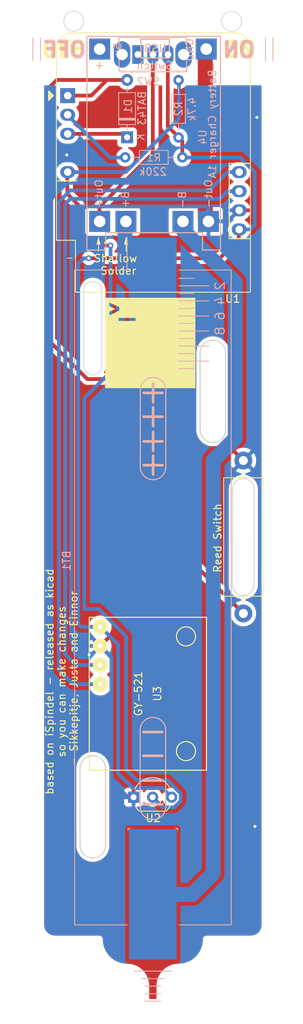
<source format=kicad_pcb>
(kicad_pcb (version 20221018) (generator pcbnew)

  (general
    (thickness 1.6)
  )

  (paper "A4")
  (layers
    (0 "F.Cu" signal)
    (31 "B.Cu" signal)
    (32 "B.Adhes" user "B.Adhesive")
    (33 "F.Adhes" user "F.Adhesive")
    (34 "B.Paste" user)
    (35 "F.Paste" user)
    (36 "B.SilkS" user "B.Silkscreen")
    (37 "F.SilkS" user "F.Silkscreen")
    (38 "B.Mask" user)
    (39 "F.Mask" user)
    (40 "Dwgs.User" user "User.Drawings")
    (41 "Cmts.User" user "User.Comments")
    (42 "Eco1.User" user "User.Eco1")
    (43 "Eco2.User" user "User.Eco2")
    (44 "Edge.Cuts" user)
  )

  (setup
    (pad_to_mask_clearance 0)
    (pcbplotparams
      (layerselection 0x00010fc_ffffffff)
      (plot_on_all_layers_selection 0x0000000_00000000)
      (disableapertmacros false)
      (usegerberextensions true)
      (usegerberattributes false)
      (usegerberadvancedattributes false)
      (creategerberjobfile false)
      (dashed_line_dash_ratio 12.000000)
      (dashed_line_gap_ratio 3.000000)
      (svgprecision 6)
      (plotframeref false)
      (viasonmask false)
      (mode 1)
      (useauxorigin false)
      (hpglpennumber 1)
      (hpglpenspeed 20)
      (hpglpendiameter 15.000000)
      (dxfpolygonmode true)
      (dxfimperialunits true)
      (dxfusepcbnewfont true)
      (psnegative false)
      (psa4output false)
      (plotreference true)
      (plotvalue true)
      (plotinvisibletext false)
      (sketchpadsonfab false)
      (subtractmaskfromsilk true)
      (outputformat 1)
      (mirror false)
      (drillshape 0)
      (scaleselection 1)
      (outputdirectory "ispindel_gerber_kwbg")
    )
  )

  (net 0 "")
  (net 1 "Net-(BT1-Pad1)")
  (net 2 "Net-(BT1-Pad2)")
  (net 3 "Net-(D1-Pad1)")
  (net 4 "Net-(D1-Pad2)")
  (net 5 "VCC")
  (net 6 "Net-(R1-Pad2)")
  (net 7 "Net-(R2-Pad2)")
  (net 8 "GND")
  (net 9 "unconnected-(SW2-Pad1)")
  (net 10 "Net-(SW2-Pad2)")
  (net 11 "Net-(U1-Pad11)")
  (net 12 "Net-(U1-Pad12)")
  (net 13 "unconnected-(U4-Pad1)")

  (footprint "libs:nr" (layer "F.Cu") (at 148.5 79.65))

  (footprint "libs:techinc_fmask" (layer "F.Cu") (at 140.595742 100.549816 -30))

  (footprint "Resistor_THT:R_Axial_DIN0516_L15.5mm_D5.0mm_P20.32mm_Horizontal" (layer "F.Cu") (at 160.909 95.2754 -90))

  (footprint "Package_TO_SOT_THT:TO-92_Inline_Wide" (layer "F.Cu") (at 146.2786 140.0092))

  (footprint "libs:GY-521-minimal" (layer "F.Cu") (at 148.1836 126.2634 -90))

  (footprint "libs:WEMOS_D1_mini_light_minimal" (layer "F.Cu") (at 137.4926 46.7868))

  (footprint "libs:TP4056-18650" (layer "B.Cu") (at 140.0572 38.9 -90))

  (footprint "Button_Switch_THT:SW_CuK_OS102011MA1QN1_SPDT_Angled" (layer "B.Cu") (at 146.8506 41.3258))

  (footprint "Resistor_THT:R_Axial_DIN0204_L3.6mm_D1.6mm_P7.62mm_Horizontal" (layer "B.Cu") (at 152.781 54.991 180))

  (footprint "libs:BatteryHolder_Keystone_1042_1x18650_movable" (layer "B.Cu") (at 148.845 108.6006 -90))

  (footprint "Resistor_THT:R_Axial_DIN0204_L3.6mm_D1.6mm_P7.62mm_Horizontal" (layer "B.Cu") (at 152.273 52.3494 90))

  (footprint "Diode_THT:D_DO-35_SOD27_P7.62mm_Horizontal" (layer "B.Cu") (at 145.415 52.324 90))

  (gr_poly
    (pts
      (xy 151.70501 42.44208)
      (xy 151.68177 42.45761)
      (xy 151.70972 42.45761)
    )

    (stroke (width 0) (type solid)) (fill solid) (layer "B.Cu") (tstamp c2f37eee-e094-47ee-b148-d25a1ae00c23))
  (gr_line (start 150.73526 42.95927) (end 150.78288 42.86403)
    (stroke (width 0.15) (type solid)) (layer "B.SilkS") (tstamp 006ecbb6-ce34-4dca-9cd4-326fb4bf593e))
  (gr_line (start 150.78288 43.14974) (end 150.73526 43.0545)
    (stroke (width 0.15) (type solid)) (layer "B.SilkS") (tstamp 00b828fc-0bdb-41d9-acd7-8e2288a0f8f4))
  (gr_line (start 149.25907 43.24498) (end 149.25907 42.57831)
    (stroke (width 0.15) (type solid)) (layer "B.SilkS") (tstamp 02b66d7d-513a-4964-98f1-6717c54186c3))
  (gr_line (start 158.24077 77.76598) (end 158.30029 77.8255)
    (stroke (width 0.15) (type solid)) (layer "B.SilkS") (tstamp 069894b0-3492-4c08-8871-28d69110852e))
  (gr_line (start 147.87811 43.24498) (end 148.06859 43.24498)
    (stroke (width 0.15) (type solid)) (layer "B.SilkS") (tstamp 06df2757-f6c1-4334-89ed-3e3c00936bde))
  (gr_line (start 157.70505 77.8255) (end 157.76458 77.76598)
    (stroke (width 0.15) (type solid)) (layer "B.SilkS") (tstamp 07dd7b7d-0791-47f7-8447-bb1e4e7da9c2))
  (gr_line (start 157.16934 77.8255) (end 157.10982 77.94455)
    (stroke (width 0.15) (type solid)) (layer "B.SilkS") (tstamp 086960b4-bbc8-472b-9c41-f1f03d4b82ea))
  (gr_line (start 144.3424 43.5426) (end 144.3424 39.2926)
    (stroke (width 0.15) (type solid)) (layer "B.SilkS") (tstamp 09356dd9-5487-4db5-834d-80b4acbeddfd))
  (gr_line (start 157.10982 72.18265) (end 157.16934 72.3017)
    (stroke (width 0.15) (type solid)) (layer "B.SilkS") (tstamp 0bdb7771-1c5c-47b1-940b-cddc71711fc5))
  (gr_line (start 152.29434 80.0636) (end 156.29434 80.0636)
    (stroke (width 0.12) (type solid)) (layer "B.SilkS") (tstamp 0d8f45a7-3036-421e-b79b-4b0a3e6b8e1e))
  (gr_line (start 157.40744 75.76598) (end 157.64553 75.70646)
    (stroke (width 0.15) (type solid)) (layer "B.SilkS") (tstamp 0e40b89d-4ac2-4e9c-8d40-21e43ab0509b))
  (gr_line (start 147.2324 41.762) (end 151.0324 41.762)
    (stroke (width 0.15) (type solid)) (layer "B.SilkS") (tstamp 10f70642-4233-4df6-89bf-80d25c3f11cc))
  (gr_line (start 151.30669 42.43546) (end 151.25907 42.34022)
    (stroke (width 0.15) (type solid)) (layer "B.SilkS") (tstamp 11584d42-84c0-455c-951a-dca394a25d55))
  (gr_line (start 158.35982 77.94455) (end 158.35982 78.18265)
    (stroke (width 0.15) (type solid)) (layer "B.SilkS") (tstamp 11f9874b-f7cf-443d-91bd-f3121ccb6cdb))
  (gr_line (start 152.29434 76.0636) (end 156.29434 76.0636)
    (stroke (width 0.12) (type solid)) (layer "B.SilkS") (tstamp 1444b167-0989-4de6-b064-61950cf4669e))
  (gr_line (start 152.29434 75.0636) (end 154.29434 75.0636)
    (stroke (width 0.12) (type solid)) (layer "B.SilkS") (tstamp 147873b9-fef6-4b52-a6a1-446cfe621559))
  (gr_line (start 152.29434 83.0636) (end 154.29434 83.0636)
    (stroke (width 0.12) (type solid)) (layer "B.SilkS") (tstamp 18e76d5f-96c9-4b47-a0be-a8e51adcef63))
  (gr_line (start 157.40744 77.70646) (end 157.34791 77.70646)
    (stroke (width 0.15) (type solid)) (layer "B.SilkS") (tstamp 1a3a9283-4063-472a-aff0-45161fbff891))
  (gr_line (start 149.25907 42.24498) (end 149.30669 42.2926)
    (stroke (width 0.15) (type solid)) (layer "B.SilkS") (tstamp 1c5e169c-b15e-4581-836a-18a324715d7c))
  (gr_line (start 151.25907 42.34022) (end 151.21145 42.2926)
    (stroke (width 0.15) (type solid)) (layer "B.SilkS") (tstamp 1cfaba91-99f9-4d36-ae51-573dec7850d1))
  (gr_line (start 152.29434 82.0636) (end 156.29434 82.0636)
    (stroke (width 0.12) (type solid)) (layer "B.SilkS") (tstamp 1e91e093-742b-4a54-9327-bca16de788c6))
  (gr_line (start 157.22886 78.36122) (end 157.34791 78.42074)
    (stroke (width 0.15) (type solid)) (layer "B.SilkS") (tstamp 1f737c21-72ca-45ec-b78f-43f4a3de6c39))
  (gr_line (start 133.86 42.12) (end 133.86 39.12)
    (stroke (width 0.12) (type solid)) (layer "B.SilkS") (tstamp 209dd0c6-42ce-4f46-866b-151126ef21c2))
  (gr_line (start 157.52648 78.36122) (end 157.58601 78.3017)
    (stroke (width 0.15) (type solid)) (layer "B.SilkS") (tstamp 2144b17e-9ae1-4454-bc47-3240c0c7235e))
  (gr_line (start 150.40192 42.57831) (end 150.21145 43.24498)
    (stroke (width 0.15) (type solid)) (layer "B.SilkS") (tstamp 25924816-bdb4-4e37-9b04-3c916642d1e5))
  (gr_line (start 147.21145 42.57831) (end 147.30669 42.62593)
    (stroke (width 0.15) (type solid)) (layer "B.SilkS") (tstamp 28ac2eca-bc53-4cba-b2fc-a9c70bd17f42))
  (gr_line (start 157.46696 72.42074) (end 157.64553 72.36122)
    (stroke (width 0.15) (type solid)) (layer "B.SilkS") (tstamp 299fdc54-9754-46f5-a276-f7ba8a833d6d))
  (gr_line (start 157.70505 78.3017) (end 157.64553 78.18265)
    (stroke (width 0.15) (type solid)) (layer "B.SilkS") (tstamp 29aa0b4b-bf7e-4e1e-8f33-c0a3ced472e6))
  (gr_line (start 147.828 166.12) (end 149.86 166.12)
    (stroke (width 0.12) (type solid)) (layer "B.SilkS") (tstamp 2c4ccb4c-0a37-4a5c-8b9f-80caa107113c))
  (gr_line (start 148.78288 42.24498) (end 148.78288 43.10212)
    (stroke (width 0.15) (type solid)) (layer "B.SilkS") (tstamp 2e0c5dd3-3dd4-4831-bd07-0a31c16df405))
  (gr_line (start 158.35982 76.18265) (end 158.30029 76.3017)
    (stroke (width 0.15) (type solid)) (layer "B.SilkS") (tstamp 2e44556b-7d6c-4c1f-b186-848e4bb9469a))
  (gr_line (start 158.35982 71.64693) (end 158.35982 72.42074)
    (stroke (width 0.15) (type solid)) (layer "B.SilkS") (tstamp 336de89e-18a1-4c1c-9d28-b0f20ec5842f))
  (gr_line (start 148.06859 42.57831) (end 147.87811 42.57831)
    (stroke (width 0.15) (type solid)) (layer "B.SilkS") (tstamp 349be9be-525e-4011-93bd-611c44d2936a))
  (gr_line (start 151.25907 42.62593) (end 151.30669 42.5307)
    (stroke (width 0.15) (type solid)) (layer "B.SilkS") (tstamp 34ee3ead-b18f-4d73-a57f-c0f2ad969988))
  (gr_line (start 157.34791 77.70646) (end 157.22886 77.76598)
    (stroke (width 0.15) (type solid)) (layer "B.SilkS") (tstamp 3597c619-0ce5-4c35-bced-8df5c16b7e39))
  (gr_line (start 148.21145 43.14974) (end 148.25907 43.0545)
    (stroke (width 0.15) (type solid)) (layer "B.SilkS") (tstamp 36fbe909-0b96-4b90-92f8-1db4a590f0e2))
  (gr_line (start 147.2324 39.262) (end 147.2324 41.762)
    (stroke (width 0.15) (type solid)) (layer "B.SilkS") (tstamp 37861e45-c08d-4f14-8851-95069332932e))
  (gr_line (start 150.8305 43.19736) (end 150.78288 43.14974)
    (stroke (width 0.15) (type solid)) (layer "B.SilkS") (tstamp 39247cca-e27d-462f-92f9-bcc6a0ee7237))
  (gr_line (start 158.30029 77.8255) (end 158.35982 77.94455)
    (stroke (width 0.15) (type solid)) (layer "B.SilkS") (tstamp 3973e4cb-1706-43cc-817e-6f5d2b4b25d4))
  (gr_line (start 152.29434 77.0636) (end 154.29434 77.0636)
    (stroke (width 0.12) (type solid)) (layer "B.SilkS") (tstamp 39bb2e3e-454a-459d-a0ce-9a4357513f7a))
  (gr_line (start 151.21145 42.2926) (end 151.11621 42.24498)
    (stroke (width 0.15) (type solid)) (layer "B.SilkS") (tstamp 3add9143-a1a5-4ed6-b53d-88d71f2d68a3))
  (gr_line (start 157.10982 76.0636) (end 157.16934 75.94455)
    (stroke (width 0.15) (type solid)) (layer "B.SilkS") (tstamp 3b7b1c57-1cf9-41e6-b0ad-8b1bd6e873a8))
  (gr_line (start 157.76458 78.36122) (end 157.70505 78.3017)
    (stroke (width 0.15) (type solid)) (layer "B.SilkS") (tstamp 3c3806fc-5de2-4525-a830-b434e2cca8e4))
  (gr_line (start 150.87811 42.24498) (end 150.73526 42.2926)
    (stroke (width 0.15) (type solid)) (layer "B.SilkS") (tstamp 3c5222ad-5b32-423b-8727-5942bc3abaef))
  (gr_line (start 147.30669 42.62593) (end 147.3543 42.67355)
    (stroke (width 0.15) (type solid)) (layer "B.SilkS") (tstamp 3f8d4b86-b2aa-4a02-af89-d4723f41c4a5))
  (gr_line (start 157.16934 78.3017) (end 157.22886 78.36122)
    (stroke (width 0.15) (type solid)) (layer "B.SilkS") (tstamp 41267fd2-9a79-4197-bae9-46a03fe9a631))
  (gr_line (start 164.86 39.12) (end 164.86 42.12)
    (stroke (width 0.12) (type solid)) (layer "B.SilkS") (tstamp 41466e03-b19e-429c-af4d-f37d68a4bedb))
  (gr_line (start 148.64002 43.24498) (end 148.54478 43.24498)
    (stroke (width 0.15) (type solid)) (layer "B.SilkS") (tstamp 43fe5487-965d-4a7d-87c1-42a11589dfd8))
  (gr_line (start 149.25907 42.24498) (end 149.25907 42.34022)
    (stroke (width 0.15) (type solid)) (layer "B.SilkS") (tstamp 489857a6-a371-4340-9266-c2837ba4d320))
  (gr_line (start 158.35982 78.18265) (end 158.30029 78.3017)
    (stroke (width 0.15) (type solid)) (layer "B.SilkS") (tstamp 48e2be0e-141a-48da-8a08-d4d33d2eb6e5))
  (gr_line (start 151.11621 42.72117) (end 151.21145 42.67355)
    (stroke (width 0.15) (type solid)) (layer "B.SilkS") (tstamp 4b598389-a396-46b2-8af5-0b08df708803))
  (gr_line (start 150.73526 43.0545) (end 150.73526 42.95927)
    (stroke (width 0.15) (type solid)) (layer "B.SilkS") (tstamp 4bcba24d-1aae-49ad-a17d-930391e5eccb))
  (gr_line (start 157.40744 78.42074) (end 157.52648 78.36122)
    (stroke (width 0.15) (type solid)) (layer "B.SilkS") (tstamp 4c0dea39-f57e-4a88-8f30-06afb8cf130c))
  (gr_line (start 148.92573 42.57831) (end 148.54478 42.57831)
    (stroke (width 0.15) (type solid)) (layer "B.SilkS") (tstamp 4ce2c7bc-77ef-429a-8b8f-30bc2b87323c))
  (gr_line (start 157.76458 77.76598) (end 157.88363 77.70646)
    (stroke (width 0.15) (type solid)) (layer "B.SilkS") (tstamp 51aeded3-6466-4ec4-a4d0-ddce70dfbdb5))
  (gr_line (start 157.88363 77.70646) (end 158.12172 77.70646)
    (stroke (width 0.15) (type solid)) (layer "B.SilkS") (tstamp 520a7f33-2c72-409b-b743-2c0ce3f522c5))
  (gr_line (start 149.21145 42.2926) (end 149.25907 42.24498)
    (stroke (width 0.15) (type solid)) (layer "B.SilkS") (tstamp 5381d145-fb4b-45ab-942d-49f5116ee0c0))
  (gr_line (start 157.22886 77.76598) (end 157.16934 77.8255)
    (stroke (width 0.15) (type solid)) (layer "B.SilkS") (tstamp 572d8e6e-e57b-42b0-96f8-37c15963bb2a))
  (gr_line (start 148.21145 42.67355) (end 148.16383 42.62593)
    (stroke (width 0.15) (type solid)) (layer "B.SilkS") (tstamp 59feaebf-7671-410c-82a3-b97c9615c45e))
  (gr_line (start 153.3424 43.5426) (end 144.3424 43.5426)
    (stroke (width 0.15) (type solid)) (layer "B.SilkS") (tstamp 5c33682e-566f-4622-a5ac-c0cb4bbaeae6))
  (gr_line (start 152.29434 78.0636) (end 156.29434 78.0636)
    (stroke (width 0.12) (type solid)) (layer "B.SilkS") (tstamp 5cf5de38-a34c-4cba-bc28-c5dbfff13c85))
  (gr_line (start 157.16934 72.3017) (end 157.22886 72.36122)
    (stroke (width 0.15) (type solid)) (layer "B.SilkS") (tstamp 5db9eee5-736a-4ea1-be53-9d772ad40d44))
  (gr_line (start 147.828 167.12) (end 149.86 167.12)
    (stroke (width 0.12) (type solid)) (layer "B.SilkS") (tstamp 5fff290e-f6f4-437d-a3c3-63f49ea777b0))
  (gr_line (start 157.22886 72.36122) (end 157.34791 72.42074)
    (stroke (width 0.15) (type solid)) (layer "B.SilkS") (tstamp 60353cf5-ad13-4efb-818d-17c582733530))
  (gr_line (start 147.32 164.12) (end 150.368 164.12)
    (stroke (width 0.12) (type solid)) (layer "B.SilkS") (tstamp 628c2d43-1f92-4f82-aeac-7663bc1936f8))
  (gr_line (start 157.10982 77.94455) (end 157.10982 78.18265)
    (stroke (width 0.15) (type solid)) (layer "B.SilkS") (tstamp 63291242-d8a3-41d5-a83a-8087995b1d43))
  (gr_line (start 151.21145 42.67355) (end 151.25907 42.62593)
    (stroke (width 0.15) (type solid)) (layer "B.SilkS") (tstamp 67222f3b-eb6f-417d-a20c-5268a40c7409))
  (gr_line (start 146.92573 43.24498) (end 146.92573 42.72117)
    (stroke (width 0.15) (type solid)) (layer "B.SilkS") (tstamp 68b8be1d-bc32-4fc6-90cb-4e6d8472e1b1))
  (gr_line (start 158.30029 75.8255) (end 158.35982 75.94455)
    (stroke (width 0.15) (type solid)) (layer "B.SilkS") (tstamp 6cce9b27-dc0c-4ad0-b1ea-f771f388de32))
  (gr_line (start 157.64553 77.94455) (end 157.58601 77.8255)
    (stroke (width 0.15) (type solid)) (layer "B.SilkS") (tstamp 725e8f40-16b3-4fcf-a279-d5c36af18a30))
  (gr_line (start 151.30669 43.19736) (end 151.16383 43.24498)
    (stroke (width 0.15) (type solid)) (layer "B.SilkS") (tstamp 7438ac39-1759-4f4d-8025-99dda869cc6b))
  (gr_line (start 157.10982 76.3017) (end 157.10982 76.0636)
    (stroke (width 0.15) (type solid)) (layer "B.SilkS") (tstamp 790038da-69b6-499d-a471-6694372b66e2))
  (gr_line (start 148.78288 43.10212) (end 148.73526 43.19736)
    (stroke (width 0.15) (type solid)) (layer "B.SilkS") (tstamp 7a367aa9-b4a8-4735-b9b0-1e2f4f193d4f))
  (gr_line (start 153.3424 39.0426) (end 153.3424 43.5426)
    (stroke (width 0.15) (type solid)) (layer "B.SilkS") (tstamp 7ac87d80-f039-4808-bf50-ea98f403fcda))
  (gr_line (start 157.16934 71.76598) (end 157.10982 71.88503)
    (stroke (width 0.15) (type solid)) (layer "B.SilkS") (tstamp 7e0aabca-a2d4-4480-86de-61f286e15233))
  (gr_line (start 147.828 165.12) (end 149.86 165.12)
    (stroke (width 0.12) (type solid)) (layer "B.SilkS") (tstamp 7e237a6a-3f2d-4e62-a7d8-3e35741a98e5))
  (gr_line (start 146.36 163.12) (end 151.36 163.12)
    (stroke (width 0.12) (type solid)) (layer "B.SilkS") (tstamp 7e6558fe-973f-4e51-b9d0-075395baea96))
  (gr_line (start 157.70505 76.36122) (end 157.64553 76.3017)
    (stroke (width 0.15) (type solid)) (layer "B.SilkS") (tstamp 7f1d110e-63a8-4384-aaf1-786a65e3fcb1))
  (gr_line (start 150.02097 42.76879) (end 149.8305 43.24498)
    (stroke (width 0.15) (type solid)) (layer "B.SilkS") (tstamp 812af8f3-a9af-4976-b477-5977f68ce6ea))
  (gr_line (start 158.35982 75.94455) (end 158.35982 76.18265)
    (stroke (width 0.15) (type solid)) (layer "B.SilkS") (tstamp 81c19ab8-5305-457d-8e17-532f0b9e768b))
  (gr_line (start 157.34791 78.42074) (end 157.40744 78.42074)
    (stroke (width 0.15) (type solid)) (layer "B.SilkS") (tstamp 825fd01b-71c4-4cd8-b932-15417d22dbfe))
  (gr_line (start 146.97335 42.62593) (end 147.06859 42.57831)
    (stroke (width 0.15) (type solid)) (layer "B.SilkS") (tstamp 82b6a8a2-16af-4c1a-89d1-b9070aa3eb23))
  (gr_line (start 158.12172 75.70646) (end 158.24077 75.76598)
    (stroke (width 0.15) (type solid)) (layer "B.SilkS") (tstamp 83b08e82-5e64-4080-8af5-1c5aea831989))
  (gr_line (start 157.52648 77.76598) (end 157.40744 77.70646)
    (stroke (width 0.15) (type solid)) (layer "B.SilkS") (tstamp 896cc45e-ec1a-49c2-b257-b9fa7f66547a))
  (gr_line (start 157.64553 75.70646) (end 158.12172 75.70646)
    (stroke (width 0.15) (type solid)) (layer "B.SilkS") (tstamp 8c1e2ce5-c0aa-4a0c-bbd1-a60d1798cb36))
  (gr_line (start 144.3424 39.0426) (end 148.8424 39.0426)
    (stroke (width 0.15) (type solid)) (layer "B.SilkS") (tstamp 92ce5808-7a25-42f9-900e-74848e8f5ddf))
  (gr_line (start 157.52648 74.3017) (end 158.35982 74.3017)
    (stroke (width 0.15) (type solid)) (layer "B.SilkS") (tstamp 940f8fcc-90f4-4a7c-959d-b65411f713c3))
  (gr_line (start 157.10982 78.18265) (end 157.16934 78.3017)
    (stroke (width 0.15) (type solid)) (layer "B.SilkS") (tstamp 96739008-8007-4f19-a2c5-60c12c0c5ef4))
  (gr_line (start 148.16383 43.19736) (end 148.21145 43.14974)
    (stroke (width 0.15) (type solid)) (layer "B.SilkS") (tstamp 97648994-d50c-455b-8fba-7c6880d31a59))
  (gr_line (start 147.78288 43.19736) (end 147.87811 43.24498)
    (stroke (width 0.15) (type solid)) (layer "B.SilkS") (tstamp 9897e931-46ba-4409-bd24-be2c30cedc70))
  (gr_line (start 157.58601 75.94455) (end 157.64553 75.8255)
    (stroke (width 0.15) (type solid)) (layer "B.SilkS") (tstamp 9b8eb73a-7b36-4515-86a2-a2358ea8e3ae))
  (gr_line (start 157.58601 78.3017) (end 157.64553 78.18265)
    (stroke (width 0.15) (type solid)) (layer "B.SilkS") (tstamp 9cbfed77-5d6a-40d0-bcbf-fa95a8a1b9f8))
  (gr_line (start 146.92573 42.72117) (end 146.97335 42.62593)
    (stroke (width 0.15) (type solid)) (layer "B.SilkS") (tstamp 9f864000-b71b-4049-b3ee-e9f9b40cc87e))
  (gr_line (start 157.22886 75.88503) (end 157.40744 75.76598)
    (stroke (width 0.15) (type solid)) (layer "B.SilkS") (tstamp a12d62a0-2a76-4ceb-b2ad-1ab9aa19c592))
  (gr_line (start 158.24077 75.76598) (end 158.30029 75.8255)
    (stroke (width 0.15) (type solid)) (layer "B.SilkS") (tstamp a146a73b-4454-4ab1-af05-cbeab7781897))
  (gr_line (start 158.12172 76.42074) (end 157.8241 76.42074)
    (stroke (width 0.15) (type solid)) (layer "B.SilkS") (tstamp a2ff6454-a330-4874-9d68-479b853a8041))
  (gr_line (start 152.29434 72.0636) (end 156.29434 72.0636)
    (stroke (width 0.12) (type solid)) (layer "B.SilkS") (tstamp a3153d9f-8ac6-4402-9c70-94dcf8f0ee30))
  (gr_line (start 150.92573 42.76879) (end 151.11621 42.72117)
    (stroke (width 0.15) (type solid)) (layer "B.SilkS") (tstamp a4f68b1d-46f8-49fb-8150-5669dd0203ce))
  (gr_line (start 157.16934 75.94455) (end 157.22886 75.88503)
    (stroke (width 0.15) (type solid)) (layer "B.SilkS") (tstamp a6a1cca1-81cd-4de0-badf-a6300b774795))
  (gr_line (start 157.94315 73.70646) (end 157.94315 74.48027)
    (stroke (width 0.15) (type solid)) (layer "B.SilkS") (tstamp a707ef6f-c44b-42d8-acab-3b9a31b1afbd))
  (gr_line (start 152.29434 79.0636) (end 154.29434 79.0636)
    (stroke (width 0.12) (type solid)) (layer "B.SilkS") (tstamp a9ff5d49-4b59-41a2-9631-45c46d13fdd8))
  (gr_line (start 157.70505 75.76598) (end 157.8241 75.70646)
    (stroke (width 0.15) (type solid)) (layer "B.SilkS") (tstamp adf3484c-3597-413b-bab3-54e4aa575d25))
  (gr_line (start 158.30029 76.3017) (end 158.24077 76.36122)
    (stroke (width 0.15) (type solid)) (layer "B.SilkS") (tstamp af49139e-5b7b-4ee6-bd10-42e671365a11))
  (gr_line (start 157.88363 78.42074) (end 157.76458 78.36122)
    (stroke (width 0.15) (type solid)) (layer "B.SilkS") (tstamp afa48e45-af39-43e5-8bec-c7dcaa214925))
  (gr_line (start 158.30029 78.3017) (end 158.24077 78.36122)
    (stroke (width 0.15) (type solid)) (layer "B.SilkS") (tstamp b156b3b2-027f-441a-a357-7b701cc50e23))
  (gr_line (start 157.64553 77.94455) (end 157.70505 77.8255)
    (stroke (width 0.15) (type solid)) (layer "B.SilkS") (tstamp b1d911c3-d375-45af-a766-49d8a9f8af95))
  (gr_line (start 158.12172 78.42074) (end 157.88363 78.42074)
    (stroke (width 0.15) (type solid)) (layer "B.SilkS") (tstamp b232a598-eb05-42b8-8ddf-642e24f1127d))
  (gr_line (start 150.78288 42.86403) (end 150.8305 42.81641)
    (stroke (width 0.15) (type solid)) (layer "B.SilkS") (tstamp b29cc552-05c8-4645-bd46-5167841ba8e5))
  (gr_line (start 148.25907 42.76879) (end 148.21145 42.67355)
    (stroke (width 0.15) (type solid)) (layer "B.SilkS") (tstamp b2f20056-e342-415b-8469-6869043ce49a))
  (gr_line (start 149.30669 42.2926) (end 149.25907 42.34022)
    (stroke (width 0.15) (type solid)) (layer "B.SilkS") (tstamp b4d88090-fd60-43ca-8c05-f5a13e137167))
  (gr_line (start 157.64553 78.18265) (end 157.64553 77.94455)
    (stroke (width 0.15) (type solid)) (layer "B.SilkS") (tstamp b62ddd4c-7a01-446a-b875-39257e57ca10))
  (gr_line (start 151.11621 42.24498) (end 150.87811 42.24498)
    (stroke (width 0.15) (type solid)) (layer "B.SilkS") (tstamp b6b604f7-1580-4674-88bc-e636ae03eff8))
  (gr_line (start 147.06859 42.57831) (end 147.21145 42.57831)
    (stroke (width 0.15) (type solid)) (layer "B.SilkS") (tstamp b81b9d79-a834-46de-ad0b-65d48a2fb3ab))
  (gr_line (start 147.3543 43.24498) (end 147.3543 42.24498)
    (stroke (width 0.15) (type solid)) (layer "B.SilkS") (tstamp ba1010bb-de87-4d39-9503-53ca313a7854))
  (gr_line (start 157.64553 72.36122) (end 158.35982 71.64693)
    (stroke (width 0.15) (type solid)) (layer "B.SilkS") (tstamp bc511385-c3cd-40d7-870c-6017c6ce6c50))
  (gr_line (start 148.8424 39.0426) (end 153.3424 39.0426)
    (stroke (width 0.15) (type solid)) (layer "B.SilkS") (tstamp bcac5c4c-7d65-47b8-a095-b02d66bd878e))
  (gr_line (start 147.87811 42.57831) (end 147.78288 42.62593)
    (stroke (width 0.15) (type solid)) (layer "B.SilkS") (tstamp bcb84a06-42b9-4844-bd26-4ff171d5a3f9))
  (gr_line (start 157.05029 74.00408) (end 157.94315 73.70646)
    (stroke (width 0.15) (type solid)) (layer "B.SilkS") (tstamp be3b44a5-c7fa-4c97-b3aa-bacfe8d79aa6))
  (gr_line (start 150.8305 42.81641) (end 150.92573 42.76879)
    (stroke (width 0.15) (type solid)) (layer "B.SilkS") (tstamp bf13db8d-1fc9-4ffc-adfb-a587ade2c0e0))
  (gr_line (start 157.58601 77.8255) (end 157.52648 77.76598)
    (stroke (width 0.15) (type solid)) (layer "B.SilkS") (tstamp c313d63f-bacf-4849-a4d0-fdd5f156d9cd))
  (gr_line (start 152.29434 71.0636) (end 154.29434 71.0636)
    (stroke (width 0.12) (type solid)) (layer "B.SilkS") (tstamp c40730bc-f0ee-4e11-81a8-3ffc677f9f51))
  (gr_line (start 132.86 39.12) (end 132.86 42.12)
    (stroke (width 0.12) (type solid)) (layer "B.SilkS") (tstamp c608e56b-cb15-4cdb-908c-9d523ce13b37))
  (gr_line (start 152.29434 81.0636) (end 154.29434 81.0636)
    (stroke (width 0.12) (type solid)) (layer "B.SilkS") (tstamp c675bcdb-24c2-400c-b8d9-dde3f6d8f817))
  (gr_line (start 157.34791 72.42074) (end 157.46696 72.42074)
    (stroke (width 0.15) (type solid)) (layer "B.SilkS") (tstamp c67a2782-4190-47ac-8c19-f1fd9fc500d2))
  (gr_line (start 157.8241 76.42074) (end 157.70505 76.36122)
    (stroke (width 0.15) (type solid)) (layer "B.SilkS") (tstamp c6bae2dd-d82f-4dfb-8f6b-d95ecb8d7ca3))
  (gr_line (start 150.21145 43.24498) (end 150.02097 42.76879)
    (stroke (width 0.15) (type solid)) (layer "B.SilkS") (tstamp c9c2b51e-456d-45a9-8972-837c4b410e32))
  (gr_line (start 157.64553 76.3017) (end 157.58601 76.18265)
    (stroke (width 0.15) (type solid)) (layer "B.SilkS") (tstamp cbef4e0c-8543-40bd-9421-7531aaafed8d))
  (gr_line (start 158.24077 78.36122) (end 158.12172 78.42074)
    (stroke (width 0.15) (type solid)) (layer "B.SilkS") (tstamp cd188a9d-fee3-4f7c-9e1b-f95bfdf5ca1d))
  (gr_line (start 157.58601 76.18265) (end 157.58601 75.94455)
    (stroke (width 0.15) (type solid)) (layer "B.SilkS") (tstamp ce1c387e-0767-4578-a0da-ffc57af5d8fb))
  (gr_line (start 151.16383 43.24498) (end 150.92573 43.24498)
    (stroke (width 0.15) (type solid)) (layer "B.SilkS") (tstamp cefe1dfb-9c5a-46f5-a674-9e74086b4259))
  (gr_line (start 148.73526 43.19736) (end 148.64002 43.24498)
    (stroke (width 0.15) (type solid)) (layer "B.SilkS") (tstamp d0477201-bddb-4d12-ac04-ebe05d0866bd))
  (gr_line (start 149.8305 43.24498) (end 149.64002 42.57831)
    (stroke (width 0.15) (type solid)) (layer "B.SilkS") (tstamp d24976fc-9281-4f2b-914d-25b98d5bc4e0))
  (gr_line (start 163.86 39.12) (end 163.86 42.12)
    (stroke (width 0.12) (type solid)) (layer "B.SilkS") (tstamp d2bae7f5-05f1-481f-b0ce-0554845dc021))
  (gr_line (start 148.25907 43.0545) (end 148.25907 42.76879)
    (stroke (width 0.15) (type solid)) (layer "B.SilkS") (tstamp d45a8ca9-e662-4389-b3ca-6a6f53525526))
  (gr_line (start 152.29434 73.0636) (end 154.29434 73.0636)
    (stroke (width 0.12) (type solid)) (layer "B.SilkS") (tstamp d51af8b7-9e61-48dd-a7a1-ff4898691390))
  (gr_line (start 158.12172 77.70646) (end 158.24077 77.76598)
    (stroke (width 0.15) (type solid)) (layer "B.SilkS") (tstamp d83e1f6b-275a-49b0-90d5-ff434178e261))
  (gr_line (start 158.24077 76.36122) (end 158.12172 76.42074)
    (stroke (width 0.15) (type solid)) (layer "B.SilkS") (tstamp db19623a-6f47-4cc0-815b-d169d731e350))
  (gr_line (start 157.22886 71.70646) (end 157.16934 71.76598)
    (stroke (width 0.15) (type solid)) (layer "B.SilkS") (tstamp dbc8f9a5-7b75-465e-975e-66e6b642724d))
  (gr_line (start 148.16383 42.62593) (end 148.06859 42.57831)
    (stroke (width 0.15) (type solid)) (layer "B.SilkS") (tstamp dd97db42-97a3-4964-a426-79e1a1865ad6))
  (gr_line (start 148.06859 43.24498) (end 148.16383 43.19736)
    (stroke (width 0.15) (type solid)) (layer "B.SilkS") (tstamp dd993502-a18f-4236-9396-0625b96f301b))
  (gr_line (start 151.0324 39.262) (end 147.3324 39.262)
    (stroke (width 0.15) (type solid)) (layer "B.SilkS") (tstamp e2c6c6e7-1613-429f-b39a-cfc97047d002))
  (gr_line (start 144.3424 39.2926) (end 144.3424 39.0426)
    (stroke (width 0.15) (type solid)) (layer "B.SilkS") (tstamp e7ecd2bb-4aad-43c9-9e49-d2481c0d17e9))
  (gr_line (start 151.0324 41.762) (end 151.0324 39.262)
    (stroke (width 0.15) (type solid)) (layer "B.SilkS") (tstamp ebcbb0e0-f9ca-4983-bf4f-79d02fd5ac32))
  (gr_line (start 152.29434 74.0636) (end 156.29434 74.0636)
    (stroke (width 0.12) (type solid)) (layer "B.SilkS") (tstamp edc12755-df16-42b5-a02e-68df84920a17))
  (gr_line (start 149.25907 42.34022) (end 149.21145 42.2926)
    (stroke (width 0.15) (type solid)) (layer "B.SilkS") (tstamp ef7812c7-271b-427e-b0cb-39529fb9aa12))
  (gr_line (start 157.10982 71.88503) (end 157.10982 72.18265)
    (stroke (width 0.15) (type solid)) (layer "B.SilkS") (tstamp f4b5963d-e1dd-4e06-bb66-dc0db9d7c4ce))
  (gr_line (start 157.64553 75.8255) (end 157.70505 75.76598)
    (stroke (width 0.15) (type solid)) (layer "B.SilkS") (tstamp f5842657-7fc2-4a27-8a4e-91106398a805))
  (gr_line (start 150.92573 43.24498) (end 150.8305 43.19736)
    (stroke (width 0.15) (type solid)) (layer "B.SilkS") (tstamp f9567c3d-4082-4c9b-ae3c-7a4d92b95914))
  (gr_line (start 151.30669 42.5307) (end 151.30669 42.43546)
    (stroke (width 0.15) (type solid)) (layer "B.SilkS") (tstamp fcccfc0a-974b-485d-b00f-2e637eaf9200))
  (gr_line (start 141.66117 66.57467) (end 141.66117 67.48483)
    (stroke (width 0.01) (type solid)) (layer "F.SilkS") (tstamp 0158bd73-1de8-4398-954f-3d0cf138f06d))
  (gr_line (start 141.55952 68.86738) (end 141.65476 68.81976)
    (stroke (width 0.15) (type solid)) (layer "F.SilkS") (tstamp 02afa688-b3a2-4c5e-b23f-3625887ca3ac))
  (gr_line (start 141.75 68.58167) (end 141.70238 68.48643)
    (stroke (width 0.15) (type solid)) (layer "F.SilkS") (tstamp 02f2d537-ce7a-4bf0-acdd-73fc2a400a6d))
  (gr_line (start 146.25 70.04119) (end 146.29762 69.94595)
    (stroke (width 0.15) (type solid)) (layer "F.SilkS") (tstamp 03a69d1f-b7b9-4b40-b556-22ceb9a092b6))
  (gr_line (start 145.32143 68.86738) (end 145.17857 68.86738)
    (stroke (width 0.15) (type solid)) (layer "F.SilkS") (tstamp 0495afca-0b79-4ba6-9259-df136c07dc7d))
  (gr_line (start 141.65476 68.43881) (end 141.55952 68.39119)
    (stroke (width 0.15) (type solid)) (layer "F.SilkS") (tstamp 04a2dfec-32a2-4a49-8cf6-dcfab3406318))
  (gr_line (start 144.44048 70.04119) (end 144.4881 69.94595)
    (stroke (width 0.15) (type solid)) (layer "F.SilkS") (tstamp 04e9fe89-60d1-42d2-af72-c9bac8efa959))
  (gr_line (start 142.17857 68.86738) (end 142.17857 67.86738)
    (stroke (width 0.15) (type solid)) (layer "F.SilkS") (tstamp 05410ce2-8569-4021-a543-bebe8ce1e5bf))
  (gr_line (start 143.10714 69.89833) (end 143.20238 69.85071)
    (stroke (width 0.15) (type solid)) (layer "F.SilkS") (tstamp 077f5653-f13a-4a30-8d05-4557bdb2b776))
  (gr_line (start 135.90693 139.15958) (end 135.91752 139.149)
    (stroke (width 0.01) (type solid)) (layer "F.SilkS") (tstamp 085d1135-0b3e-48cb-b4ed-c7daa3ca9848))
  (gr_line (start 143.0119 70.04119) (end 143.05952 69.94595)
    (stroke (width 0.15) (type solid)) (layer "F.SilkS") (tstamp 08f56000-1a68-41c8-9ba5-6f26b6f96a9e))
  (gr_line (start 143.46429 68.24833) (end 143.36905 68.20071)
    (stroke (width 0.15) (type solid)) (layer "F.SilkS") (tstamp 0e03ef6b-95f7-4937-87c0-cefc61b9b13e))
  (gr_line (start 145.84524 68.20071) (end 146.03571 68.86738)
    (stroke (width 0.15) (type solid)) (layer "F.SilkS") (tstamp 0e0a2eb9-e3f4-402b-8652-fa73e3bb71d5))
  (gr_line (start 141.6467 65.71785) (end 141.6767 65.82648)
    (stroke (width 0.01) (type solid)) (layer "F.SilkS") (tstamp 1216f676-6e5b-47b5-8b17-df0aa7aea974))
  (gr_line (start 141.35666 66.5208) (end 141.37231 66.45829)
    (stroke (width 0.01) (type solid)) (layer "F.SilkS") (tstamp 13a6b7d8-29fe-43fe-b73a-37c0c278320f))
  (gr_line (start 144.4881 70.42214) (end 144.44048 70.3269)
    (stroke (width 0.15) (type solid)) (layer "F.SilkS") (tstamp 14a729ab-e207-4e14-ae53-f4402f6c6dee))
  (gr_line (start 141.80198 66.30212) (end 141.8298 66.40744)
    (stroke (width 0.01) (type solid)) (layer "F.SilkS") (tstamp 16b5afc9-1814-48fd-820a-38951018e044))
  (gr_line (start 143.10714 70.46976) (end 143.05952 70.42214)
    (stroke (width 0.15) (type solid)) (layer "F.SilkS") (tstamp 189bc363-b049-4ba6-aaca-f2083ee8bff8))
  (gr_line (start 145.14236 66.04021) (end 145.1748 65.90421)
    (stroke (width 0.01) (type solid)) (layer "F.SilkS") (tstamp 18c8b15c-b2fb-4a71-b7b0-76712fca2003))
  (gr_line (start 145.22533 67.48483) (end 145.22533 66.57467)
    (stroke (width 0.01) (type solid)) (layer "F.SilkS") (tstamp 18d6f322-2c36-491d-8400-c48682da4d84))
  (gr_line (start 141.17857 68.1531) (end 141.17857 68.05786)
    (stroke (width 0.15) (type solid)) (layer "F.SilkS") (tstamp 191546cd-a8c1-429b-92c7-384b8e510705))
  (gr_line (start 141.81782 66.57323) (end 141.76926 66.57467)
    (stroke (width 0.01) (type solid)) (layer "F.SilkS") (tstamp 197143c6-f12f-47c3-ab90-67e06ac566d5))
  (gr_line (start 145.34524 70.37452) (end 145.34524 69.99357)
    (stroke (width 0.15) (type solid)) (layer "F.SilkS") (tstamp 19a1a965-b8cb-456d-b835-c0cf8ef382b6))
  (gr_line (start 142.63095 70.3269) (end 142.63095 70.23167)
    (stroke (width 0.15) (type solid)) (layer "F.SilkS") (tstamp 19d47186-d870-4cce-a71b-336263422568))
  (gr_line (start 144.53571 69.89833) (end 144.63095 69.85071)
    (stroke (width 0.15) (type solid)) (layer "F.SilkS") (tstamp 1a81b9ab-084b-4fe4-9d98-8f8909471b8d))
  (gr_line (start 145.09205 66.25256) (end 145.12317 66.1216)
    (stroke (width 0.01) (type solid)) (layer "F.SilkS") (tstamp 1c4eeb2f-4e5d-4b8a-b98d-4053817322df))
  (gr_line (start 145.23022 65.6826) (end 145.25023 65.60841)
    (stroke (width 0.01) (type solid)) (layer "F.SilkS") (tstamp 1d031bc1-9b7d-43a4-b608-fda6616473df))
  (gr_line (start 141.56022 65.6826) (end 141.58023 65.60841)
    (stroke (width 0.01) (type solid)) (layer "F.SilkS") (tstamp 1e5fb63d-0228-4bd7-896c-41b58ce70631))
  (gr_line (start 143.34524 70.51738) (end 143.20238 70.51738)
    (stroke (width 0.15) (type solid)) (layer "F.SilkS") (tstamp 1fa752a5-af0a-4559-9d13-6e0fb6508643))
  (gr_line (start 135.91752 139.17017) (end 135.90693 139.15958)
    (stroke (width 0.01) (type solid)) (layer "F.SilkS") (tstamp 1ffd4239-161f-422b-ae05-4ed347f63e53))
  (gr_line (start 145.05039 66.57134) (end 145.02063 66.56051)
    (stroke (width 0.01) (type solid)) (layer "F.SilkS") (tstamp 2007c23e-cfe2-4b5a-b23b-6ca59816ab86))
  (gr_line (start 141.58023 65.60841) (end 141.59315 65.56626)
    (stroke (width 0.01) (type solid)) (layer "F.SilkS") (tstamp 2051547e-bf09-4cc1-803f-08be3cdcf4b3))
  (gr_line (start 144.9881 68.6769) (end 144.9881 68.39119)
    (stroke (width 0.15) (type solid)) (layer "F.SilkS") (tstamp 20c32111-78d7-4466-b439-b519e5b8b891))
  (gr_line (start 141.60714 67.86738) (end 141.75 67.915)
    (stroke (width 0.15) (type solid)) (layer "F.SilkS") (tstamp 20f1f9cb-0e1d-4386-ac21-0da7a6e53d02))
  (gr_line (start 143.5119 68.86738) (end 143.5119 68.34357)
    (stroke (width 0.15) (type solid)) (layer "F.SilkS") (tstamp 214b366c-51bb-48c5-a657-57c17509ac53))
  (gr_line (start 141.6052 65.57829) (end 141.62233 65.63323)
    (stroke (width 0.01) (type solid)) (layer "F.SilkS") (tstamp 22c1634d-85d4-444b-baeb-3c2d93fb2fbc))
  (gr_line (start 146.03571 68.86738) (end 146.22619 68.39119)
    (stroke (width 0.15) (type solid)) (layer "F.SilkS") (tstamp 249fdb50-a4c5-452d-861d-e298376e062d))
  (gr_line (start 145.20458 65.7831) (end 145.23022 65.6826)
    (stroke (width 0.01) (type solid)) (layer "F.SilkS") (tstamp 25b8891b-994d-47d6-b180-48904591fe68))
  (gr_line (start 142.25 69.51738) (end 142.4881 69.51738)
    (stroke (width 0.15) (type solid)) (layer "F.SilkS") (tstamp 26764944-6c83-42e6-a422-f99ff7e8c882))
  (gr_line (start 142.58333 70.42214) (end 142.63095 70.3269)
    (stroke (width 0.15) (type solid)) (layer "F.SilkS") (tstamp 278ab181-62d6-41fd-a432-b43217b14e2e))
  (gr_line (start 142.10714 69.61262) (end 142.15476 69.565)
    (stroke (width 0.15) (type solid)) (layer "F.SilkS") (tstamp 29ae4ef9-cdf7-46e1-9156-f4f0775d5bda))
  (gr_line (start 144.4881 69.94595) (end 144.53571 69.89833)
    (stroke (width 0.15) (type solid)) (layer "F.SilkS") (tstamp 29fd9dec-666d-4fdc-b775-833620d26673))
  (gr_line (start 145.32143 68.20071) (end 145.41667 68.24833)
    (stroke (width 0.15) (type solid)) (layer "F.SilkS") (tstamp 2ca4f304-814a-4734-9873-1d4f7aa7fec7))
  (gr_line (start 145.46429 68.29595) (end 145.5119 68.39119)
    (stroke (width 0.15) (type solid)) (layer "F.SilkS") (tstamp 2cd24269-2370-4583-a41f-63ef112727f7))
  (gr_line (start 145.77381 69.89833) (end 145.82143 69.99357)
    (stroke (width 0.15) (type solid)) (layer "F.SilkS") (tstamp 2f77e723-9700-4e5e-9c95-6671dad248b6))
  (gr_line (start 141.27381 67.915) (end 141.36905 67.86738)
    (stroke (width 0.15) (type solid)) (layer "F.SilkS") (tstamp 2ffb1829-9990-4509-9222-976476f1747e))
  (gr_line (start 141.76933 66.1777) (end 141.80198 66.30212)
    (stroke (width 0.01) (type solid)) (layer "F.SilkS") (tstamp 32765d72-471a-46ce-bef4-21375ad18413))
  (gr_line (start 144.55952 68.81976) (end 144.5119 68.72452)
    (stroke (width 0.15) (type solid)) (layer "F.SilkS") (tstamp 35798b87-e4e3-40a8-b9ae-d0a8a449ad90))
  (gr_line (start 141.35063 66.56051) (end 141.34914 66.54821)
    (stroke (width 0.01) (type solid)) (layer "F.SilkS") (tstamp 36806358-64ce-4fbf-ac35-c053d0790516))
  (gr_line (start 146.34524 69.89833) (end 146.44048 69.85071)
    (stroke (width 0.15) (type solid)) (layer "F.SilkS") (tstamp 36d995d5-0c31-4f89-a183-a084a22c4d35))
  (gr_line (start 143.4881 69.94595) (end 143.53571 70.04119)
    (stroke (width 0.15) (type solid)) (layer "F.SilkS") (tstamp 371c7536-3bf6-4cb8-a270-99da76d7be9c))
  (gr_line (start 141.59692 65.55871) (end 141.6052 65.57829)
    (stroke (width 0.01) (type solid)) (layer "F.SilkS") (tstamp 375b42ed-6d5f-403f-8380-51c61d7be394))
  (gr_line (start 145.01914 66.54821) (end 145.02666 66.5208)
    (stroke (width 0.01) (type solid)) (layer "F.SilkS") (tstamp 376c409d-081b-442e-bc2b-91e8b8ca8596))
  (gr_line (start 143.0119 70.3269) (end 143.0119 70.04119)
    (stroke (width 0.15) (type solid)) (layer "F.SilkS") (tstamp 393a5b91-cd90-4e71-8a76-95953a281806))
  (gr_line (start 146.41667 68.86738) (end 146.60714 68.20071)
    (stroke (width 0.15) (type solid)) (layer "F.SilkS") (tstamp 3a5ea20c-0e6e-4318-afe6-37a9aa02a556))
  (gr_line (start 141.66117 67.48483) (end 141.55533 67.48483)
    (stroke (width 0.01) (type solid)) (layer "F.SilkS") (tstamp 3b9b15b2-17e2-4476-9e9d-acc2a049f121))
  (gr_line (start 143.03571 68.72452) (end 143.03571 68.62929)
    (stroke (width 0.15) (type solid)) (layer "F.SilkS") (tstamp 3c60dc41-f4e1-44d6-8243-9fa2c5726ccb))
  (gr_line (start 145.29233 65.63323) (end 145.3167 65.71785)
    (stroke (width 0.01) (type solid)) (layer "F.SilkS") (tstamp 3c641335-64a5-4703-959e-bd0334a02ccc))
  (gr_line (start 141.17857 68.05786) (end 141.22619 67.96262)
    (stroke (width 0.15) (type solid)) (layer "F.SilkS") (tstamp 3cd82828-e8b6-4f84-ba26-931e169cdedc))
  (gr_line (start 143.08333 68.81976) (end 143.03571 68.72452)
    (stroke (width 0.15) (type solid)) (layer "F.SilkS") (tstamp 3df10527-8d1a-416e-92ae-e0561f0a8c87))
  (gr_line (start 141.86456 66.53644) (end 141.86804 66.54821)
    (stroke (width 0.01) (type solid)) (layer "F.SilkS") (tstamp 3e007a81-12e3-4f0c-ac13-ebdf905f5dc3))
  (gr_line (start 146.44048 69.85071) (end 146.53571 69.85071)
    (stroke (width 0.15) (type solid)) (layer "F.SilkS") (tstamp 3fadd64d-b285-407b-8135-40a3b66c19dc))
  (gr_line (start 145.53002 66.56494) (end 145.48782 66.57323)
    (stroke (width 0.01) (type solid)) (layer "F.SilkS") (tstamp 429605d8-d3eb-409a-8300-5a911c1a92e3))
  (gr_line (start 144.53571 70.46976) (end 144.4881 70.42214)
    (stroke (width 0.15) (type solid)) (layer "F.SilkS") (tstamp 43163d13-73a0-4afa-8a2e-c39991c51e14))
  (gr_line (start 141.59315 65.56626) (end 141.59692 65.55871)
    (stroke (width 0.01) (type solid)) (layer "F.SilkS") (tstamp 475147c2-61eb-476a-b332-fb5612251c4e))
  (gr_line (start 141.86002 66.56494) (end 141.81782 66.57323)
    (stroke (width 0.01) (type solid)) (layer "F.SilkS") (tstamp 49c68121-46b6-4866-84d4-5ead92b9ad75))
  (gr_line (start 142.53571 70.46976) (end 142.58333 70.42214)
    (stroke (width 0.15) (type solid)) (layer "F.SilkS") (tstamp 49e5c741-204e-41d6-8c9e-3afdeba4ea04))
  (gr_line (start 146.25 70.51738) (end 146.25 69.85071)
    (stroke (width 0.15) (type solid)) (layer "F.SilkS") (tstamp 49f624cf-f30a-436e-b434-0a0d09be241b))
  (gr_line (start 146.22619 68.39119) (end 146.41667 68.86738)
    (stroke (width 0.15) (type solid)) (layer "F.SilkS") (tstamp 4ae2ba30-dca5-40da-ad00-29921bb21601))
  (gr_line (start 141.37231 66.45829) (end 141.3946 66.36684)
    (stroke (width 0.01) (type solid)) (layer "F.SilkS") (tstamp 4b7ceb9e-3475-4d6f-b15f-c8fb7c891de5))
  (gr_line (start 143.17857 68.20071) (end 143.08333 68.24833)
    (stroke (width 0.15) (type solid)) (layer "F.SilkS") (tstamp 4c628b31-e8f9-424f-b4e3-ebc53da7eceb))
  (gr_line (start 141.8512 66.48757) (end 141.86456 66.53644)
    (stroke (width 0.01) (type solid)) (layer "F.SilkS") (tstamp 4cb32f2b-854b-4a6c-b6e8-86c681536b09))
  (gr_line (start 145.02063 66.56051) (end 145.01914 66.54821)
    (stroke (width 0.01) (type solid)) (layer "F.SilkS") (tstamp 4e5ce7a0-acfd-4117-9f3c-14064563683e))
  (gr_line (start 144.63095 70.51738) (end 144.53571 70.46976)
    (stroke (width 0.15) (type solid)) (layer "F.SilkS") (tstamp 4f50f406-3779-4dae-b468-1b4adf369a8b))
  (gr_line (start 141.65476 68.81976) (end 141.70238 68.77214)
    (stroke (width 0.15) (type solid)) (layer "F.SilkS") (tstamp 53966709-e7f5-40cb-9f99-d308ed9cb401))
  (gr_line (start 143.53571 70.3269) (end 143.4881 70.42214)
    (stroke (width 0.15) (type solid)) (layer "F.SilkS") (tstamp 53e15670-9a9b-4b4d-b834-5a4ccd354d2f))
  (gr_line (start 145.26315 65.56626) (end 145.26692 65.55871)
    (stroke (width 0.01) (type solid)) (layer "F.SilkS") (tstamp 5447ac19-5863-453a-8e27-cb6ba345fac4))
  (gr_line (start 145.08333 68.81976) (end 145.03571 68.77214)
    (stroke (width 0.15) (type solid)) (layer "F.SilkS") (tstamp 548b6f8c-2f0f-4b32-ac0f-da0318fd6d0f))
  (gr_line (start 143.5119 68.34357) (end 143.46429 68.24833)
    (stroke (width 0.15) (type solid)) (layer "F.SilkS") (tstamp 54d72910-0bc5-4f8e-9cb4-676f03b3388e))
  (gr_line (start 145.1748 65.90421) (end 145.20458 65.7831)
    (stroke (width 0.01) (type solid)) (layer "F.SilkS") (tstamp 559f928a-fa6b-479e-9961-6a4a5730fa87))
  (gr_line (start 141.8298 66.40744) (end 141.8512 66.48757)
    (stroke (width 0.01) (type solid)) (layer "F.SilkS") (tstamp 56e86296-9a19-4e65-9a3f-577d1753a086))
  (gr_line (start 143.17857 68.86738) (end 143.08333 68.81976)
    (stroke (width 0.15) (type solid)) (layer "F.SilkS") (tstamp 5752dcfd-742f-4302-b813-2cd4b1f7316c))
  (gr_line (start 142.20238 70.51738) (end 142.44048 70.51738)
    (stroke (width 0.15) (type solid)) (layer "F.SilkS") (tstamp 59295fe8-2f79-436b-ba8b-90a903d8c89f))
  (gr_line (start 145.26692 65.55871) (end 145.2752 65.57829)
    (stroke (width 0.01) (type solid)) (layer "F.SilkS") (tstamp 5a1c4899-2ab0-40bc-aff5-fc243c9da69a))
  (gr_line (start 144.5119 68.72452) (end 144.5119 67.86738)
    (stroke (width 0.15) (type solid)) (layer "F.SilkS") (tstamp 5a7de860-7e5e-4cf3-a852-10f245a17b43))
  (gr_line (start 145.43926 66.57467) (end 145.33117 66.57467)
    (stroke (width 0.01) (type solid)) (layer "F.SilkS") (tstamp 5bbcc532-5527-4320-9769-715c5f2e47b8))
  (gr_line (start 143.03571 68.62929) (end 143.08333 68.53405)
    (stroke (width 0.15) (type solid)) (layer "F.SilkS") (tstamp 5d0b701d-dd75-40e2-89cd-18133d1ef958))
  (gr_line (start 141.27381 68.29595) (end 141.22619 68.24833)
    (stroke (width 0.15) (type solid)) (layer "F.SilkS") (tstamp 5dc9bb5f-335f-444c-906a-745b30e38a9f))
  (gr_line (start 145.41667 68.81976) (end 145.32143 68.86738)
    (stroke (width 0.15) (type solid)) (layer "F.SilkS") (tstamp 5e0148c8-083f-4f65-9066-db5442dfa846))
  (gr_line (start 141.22619 67.96262) (end 141.27381 67.915)
    (stroke (width 0.15) (type solid)) (layer "F.SilkS") (tstamp 5e7df4c6-5971-4f7f-b46c-52ea7d3fc431))
  (gr_line (start 143.53571 70.04119) (end 143.53571 70.3269)
    (stroke (width 0.15) (type solid)) (layer "F.SilkS") (tstamp 5ea1d936-0eb6-481f-a148-4392d53d386f))
  (gr_line (start 141.22619 68.24833) (end 141.17857 68.1531)
    (stroke (width 0.15) (type solid)) (layer "F.SilkS") (tstamp 61e8904d-7af3-4914-a0cb-d8cb7ec15aea))
  (gr_line (start 143.20238 69.85071) (end 143.34524 69.85071)
    (stroke (width 0.15) (type solid)) (layer "F.SilkS") (tstamp 6376ebdd-802d-4748-9510-c28fe8af1273))
  (gr_line (start 142.53571 70.08881) (end 142.44048 70.04119)
    (stroke (width 0.15) (type solid)) (layer "F.SilkS") (tstamp 648cf3c6-9e16-4364-9941-76bf89c9b357))
  (gr_line (start 138.09052 68.37974) (end 137.43788 68.37974)
    (stroke (width 0.1) (type solid)) (layer "F.SilkS") (tstamp 671cad8e-4bc0-4ce8-8107-e2403cdca8e1))
  (gr_line (start 142.05952 69.8031) (end 142.05952 69.70786)
    (stroke (width 0.15) (type solid)) (layer "F.SilkS") (tstamp 6742adc1-69d4-4c35-b33f-f9157eee8e2c))
  (gr_line (start 145.38073 65.95346) (end 145.40349 66.04026)
    (stroke (width 0.01) (type solid)) (layer "F.SilkS") (tstamp 67583196-aff7-4c58-9850-1ef41498aa89))
  (gr_line (start 143.41667 68.48643) (end 143.5119 68.43881)
    (stroke (width 0.15) (type solid)) (layer "F.SilkS") (tstamp 67ccc893-3e4c-4276-afa2-94483e594e05))
  (gr_line (start 145.77381 70.46976) (end 145.67857 70.51738)
    (stroke (width 0.15) (type solid)) (layer "F.SilkS") (tstamp 6b691ab7-f014-4ae8-ad93-eabbdd3b8727))
  (gr_line (start 145.08333 68.24833) (end 145.17857 68.20071)
    (stroke (width 0.15) (type solid)) (layer "F.SilkS") (tstamp 6c65c5b4-57ae-4e88-9376-c610d63a21dc))
  (gr_poly
    (pts
      (xy 135.9281 139.15958)
      (xy 135.91752 139.149)
      (xy 135.90693 139.15958)
      (xy 135.91752 139.17017)
    )

    (stroke (width 0) (type solid)) (fill solid) (layer "F.SilkS") (tstamp 6e24f8b9-8560-49d1-948e-564282efe8ce))
  (gr_line (start 141.42205 66.25256) (end 141.45317 66.1216)
    (stroke (width 0.01) (type solid)) (layer "F.SilkS") (tstamp 700fb0bc-fa36-4d26-be28-1efea876f291))
  (gr_line (start 142.05952 70.46976) (end 142.20238 70.51738)
    (stroke (width 0.15) (type solid)) (layer "F.SilkS") (tstamp 70c1c76b-8cc3-4eea-a3ad-5616ca7f8442))
  (gr_line (start 141.53458 65.7831) (end 141.56022 65.6826)
    (stroke (width 0.01) (type solid)) (layer "F.SilkS") (tstamp 70fe444e-c257-416e-b837-d443f84e8487))
  (gr_line (start 145.2752 65.57829) (end 145.29233 65.63323)
    (stroke (width 0.01) (type solid)) (layer "F.SilkS") (tstamp 715312bc-10f3-4e25-b526-6d6352aca6fb))
  (gr_line (start 143.4881 70.42214) (end 143.44048 70.46976)
    (stroke (width 0.15) (type solid)) (layer "F.SilkS") (tstamp 71b02405-1b3e-4d4c-9b9a-babfb6b6da12))
  (gr_line (start 144.03571 68.81976) (end 143.9881 68.72452)
    (stroke (width 0.15) (type solid)) (layer "F.SilkS") (tstamp 71de2c78-f237-4101-b3e3-699238797a78))
  (gr_line (start 142.44048 70.04119) (end 142.25 69.99357)
    (stroke (width 0.15) (type solid)) (layer "F.SilkS") (tstamp 73cdcd13-9f77-45a2-9b6c-5f4ad99a55bc))
  (gr_line (start 142.15476 69.565) (end 142.25 69.51738)
    (stroke (width 0.15) (type solid)) (layer "F.SilkS") (tstamp 767b1d12-c709-47bd-a17a-bd243d0a8e70))
  (gr_line (start 141.36905 67.86738) (end 141.60714 67.86738)
    (stroke (width 0.15) (type solid)) (layer "F.SilkS") (tstamp 774155d8-fd67-477a-b483-a4355881efb5))
  (gr_line (start 141.47236 66.04021) (end 141.5048 65.90421)
    (stroke (width 0.01) (type solid)) (layer "F.SilkS") (tstamp 77aab874-d6b8-4c7c-adca-25e9215a15ab))
  (gr_line (start 143.34524 69.85071) (end 143.44048 69.89833)
    (stroke (width 0.15) (type solid)) (layer "F.SilkS") (tstamp 78c52b5b-97fc-4f19-a8ae-ba2993b7259c))
  (gr_line (start 145.39286 69.89833) (end 145.4881 69.85071)
    (stroke (width 0.15) (type solid)) (layer "F.SilkS") (tstamp 78f2ac39-6f9b-46a0-a237-db383ae7def3))
  (gr_line (start 159.0294 65.786) (end 161.7694 65.786)
    (stroke (width 0.15) (type solid)) (layer "F.SilkS") (tstamp 79cead98-a30f-4a02-bf9b-da51a95e4d39))
  (gr_line (start 145.17857 68.86738) (end 145.08333 68.81976)
    (stroke (width 0.15) (type solid)) (layer "F.SilkS") (tstamp 7b9849c6-21d0-48d0-ba98-de0485406f29))
  (gr_line (start 145.02666 66.5208) (end 145.04231 66.45829)
    (stroke (width 0.01) (type solid)) (layer "F.SilkS") (tstamp 7f4ff429-d135-4eb3-bc55-16416ae5d762))
  (gr_line (start 145.22533 66.57467) (end 145.11724 66.57467)
    (stroke (width 0.01) (type solid)) (layer "F.SilkS") (tstamp 809a5fa4-db7f-4fe9-90d1-298e40b0c137))
  (gr_line (start 145.47198 66.30212) (end 145.4998 66.40744)
    (stroke (width 0.01) (type solid)) (layer "F.SilkS") (tstamp 82a2f41f-c4ea-477a-a29a-9c7577959e0e))
  (gr_line (start 145.04231 66.45829) (end 145.0646 66.36684)
    (stroke (width 0.01) (type solid)) (layer "F.SilkS") (tstamp 83158b27-7c59-4e0f-b885-70b43b7e5eeb))
  (gr_line (start 144.63095 69.85071) (end 144.82143 69.85071)
    (stroke (width 0.15) (type solid)) (layer "F.SilkS") (tstamp 83877b97-717f-419c-b98c-76ca8e1cfb2c))
  (gr_line (start 144.91667 70.46976) (end 144.82143 70.51738)
    (stroke (width 0.15) (type solid)) (layer "F.SilkS") (tstamp 844448f7-ee45-45bc-b44a-6587bf07e5a5))
  (gr_line (start 143.36905 68.20071) (end 143.17857 68.20071)
    (stroke (width 0.15) (type solid)) (layer "F.SilkS") (tstamp 84f5961b-1749-49ff-a259-c144469ebb5e))
  (gr_line (start 143.5119 68.81976) (end 143.41667 68.86738)
    (stroke (width 0.15) (type solid)) (layer "F.SilkS") (tstamp 864f4be5-3f32-4fc7-b4ec-4f869538216b))
  (gr_line (start 145.12317 66.1216) (end 145.14236 66.04021)
    (stroke (width 0.01) (type solid)) (layer "F.SilkS") (tstamp 866f582d-fd05-4b41-9a32-8734a9345810))
  (gr_line (start 142.4881 69.51738) (end 142.63095 69.565)
    (stroke (width 0.15) (type solid)) (layer "F.SilkS") (tstamp 8c5dd234-a4aa-4668-9354-77f3f37bb009))
  (gr_line (start 143.05952 69.94595) (end 143.10714 69.89833)
    (stroke (width 0.15) (type solid)) (layer "F.SilkS") (tstamp 8c8da4ab-a15e-4bc4-b231-37350251e9c5))
  (gr_line (start 159.0294 55.7968) (end 159.0294 65.786)
    (stroke (width 0.15) (type solid)) (layer "F.SilkS") (tstamp 8f497672-4b46-454b-ae2a-e7109aea76cf))
  (gr_line (start 144.13095 68.86738) (end 144.03571 68.81976)
    (stroke (width 0.15) (type solid)) (layer "F.SilkS") (tstamp 8f7e4d9e-af9d-4495-a25a-649637d846a1))
  (gr_poly
    (pts
      (xy 145.33117 66.57467)
      (xy 145.43926 66.57467)
      (xy 145.48782 66.57323)
      (xy 145.53002 66.56494)
      (xy 145.53804 66.54821)
      (xy 145.53456 66.53644)
      (xy 145.5212 66.48757)
      (xy 145.4998 66.40744)
      (xy 145.47198 66.30212)
      (xy 145.43933 66.1777)
      (xy 145.40349 66.04026)
      (xy 145.38073 65.95346)
      (xy 145.3467 65.82648)
      (xy 145.3167 65.71785)
      (xy 145.29233 65.63323)
      (xy 145.2752 65.57829)
      (xy 145.26692 65.55871)
      (xy 145.26315 65.56626)
      (xy 145.25023 65.60841)
      (xy 145.23022 65.6826)
      (xy 145.20458 65.7831)
      (xy 145.1748 65.90421)
      (xy 145.14236 66.04021)
      (xy 145.12317 66.1216)
      (xy 145.09205 66.25256)
      (xy 145.0646 66.36684)
      (xy 145.04231 66.45829)
      (xy 145.02666 66.5208)
      (xy 145.01914 66.54821)
      
... [266671 chars truncated]
</source>
